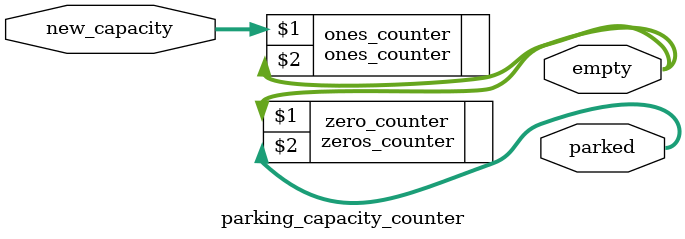
<source format=v>
/*--  *******************************************************
--  Computer Architecture Course, Laboratory Sources 
--  Amirkabir University of Technology (Tehran Polytechnic)
--  Department of Computer Engineering (CE-AUT)
--  https://ce[dot]aut[dot]ac[dot]ir
--  *******************************************************
--  All Rights reserved (C) 2021-2022
--  *******************************************************
--  Student ID  : 9931072 - 9931078
--  Student Name: sina shariati - kimia montazeri
--  Student Mail: sina.shariati@aut.ac.ir - kimia.mtz@gmail.com
--  *******************************************************
--*/

/*-----------------------------------------------------------
---  Module Name: parking_capacity_counter
-----------------------------------------------------------*/
`timescale 1 ns/1 ns
`include "./ones_counter.v"
`include "./zeros_counter.v"
module parking_capacity_counter(new_capacity, parked, empty);
input [7:0] new_capacity;
output [3:0] parked;
output [3:0] empty;

ones_counter ones_counter(new_capacity, empty);
zeros_counter zero_counter(empty, parked);
endmodule
</source>
